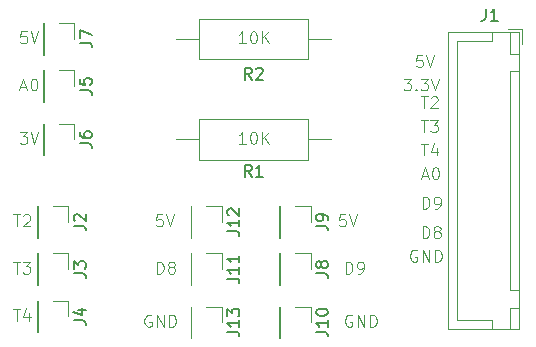
<source format=gbr>
%TF.GenerationSoftware,KiCad,Pcbnew,8.0.7*%
%TF.CreationDate,2024-12-27T16:43:22+10:00*%
%TF.ProjectId,Input Board 2,496e7075-7420-4426-9f61-726420322e6b,rev?*%
%TF.SameCoordinates,Original*%
%TF.FileFunction,Legend,Top*%
%TF.FilePolarity,Positive*%
%FSLAX46Y46*%
G04 Gerber Fmt 4.6, Leading zero omitted, Abs format (unit mm)*
G04 Created by KiCad (PCBNEW 8.0.7) date 2024-12-27 16:43:22*
%MOMM*%
%LPD*%
G01*
G04 APERTURE LIST*
%ADD10C,0.100000*%
%ADD11C,0.150000*%
%ADD12C,0.120000*%
G04 APERTURE END LIST*
D10*
X139327693Y-105420038D02*
X139232455Y-105372419D01*
X139232455Y-105372419D02*
X139089598Y-105372419D01*
X139089598Y-105372419D02*
X138946741Y-105420038D01*
X138946741Y-105420038D02*
X138851503Y-105515276D01*
X138851503Y-105515276D02*
X138803884Y-105610514D01*
X138803884Y-105610514D02*
X138756265Y-105800990D01*
X138756265Y-105800990D02*
X138756265Y-105943847D01*
X138756265Y-105943847D02*
X138803884Y-106134323D01*
X138803884Y-106134323D02*
X138851503Y-106229561D01*
X138851503Y-106229561D02*
X138946741Y-106324800D01*
X138946741Y-106324800D02*
X139089598Y-106372419D01*
X139089598Y-106372419D02*
X139184836Y-106372419D01*
X139184836Y-106372419D02*
X139327693Y-106324800D01*
X139327693Y-106324800D02*
X139375312Y-106277180D01*
X139375312Y-106277180D02*
X139375312Y-105943847D01*
X139375312Y-105943847D02*
X139184836Y-105943847D01*
X139803884Y-106372419D02*
X139803884Y-105372419D01*
X139803884Y-105372419D02*
X140375312Y-106372419D01*
X140375312Y-106372419D02*
X140375312Y-105372419D01*
X140851503Y-106372419D02*
X140851503Y-105372419D01*
X140851503Y-105372419D02*
X141089598Y-105372419D01*
X141089598Y-105372419D02*
X141232455Y-105420038D01*
X141232455Y-105420038D02*
X141327693Y-105515276D01*
X141327693Y-105515276D02*
X141375312Y-105610514D01*
X141375312Y-105610514D02*
X141422931Y-105800990D01*
X141422931Y-105800990D02*
X141422931Y-105943847D01*
X141422931Y-105943847D02*
X141375312Y-106134323D01*
X141375312Y-106134323D02*
X141327693Y-106229561D01*
X141327693Y-106229561D02*
X141232455Y-106324800D01*
X141232455Y-106324800D02*
X141089598Y-106372419D01*
X141089598Y-106372419D02*
X140851503Y-106372419D01*
X139803884Y-104372419D02*
X139803884Y-103372419D01*
X139803884Y-103372419D02*
X140041979Y-103372419D01*
X140041979Y-103372419D02*
X140184836Y-103420038D01*
X140184836Y-103420038D02*
X140280074Y-103515276D01*
X140280074Y-103515276D02*
X140327693Y-103610514D01*
X140327693Y-103610514D02*
X140375312Y-103800990D01*
X140375312Y-103800990D02*
X140375312Y-103943847D01*
X140375312Y-103943847D02*
X140327693Y-104134323D01*
X140327693Y-104134323D02*
X140280074Y-104229561D01*
X140280074Y-104229561D02*
X140184836Y-104324800D01*
X140184836Y-104324800D02*
X140041979Y-104372419D01*
X140041979Y-104372419D02*
X139803884Y-104372419D01*
X140946741Y-103800990D02*
X140851503Y-103753371D01*
X140851503Y-103753371D02*
X140803884Y-103705752D01*
X140803884Y-103705752D02*
X140756265Y-103610514D01*
X140756265Y-103610514D02*
X140756265Y-103562895D01*
X140756265Y-103562895D02*
X140803884Y-103467657D01*
X140803884Y-103467657D02*
X140851503Y-103420038D01*
X140851503Y-103420038D02*
X140946741Y-103372419D01*
X140946741Y-103372419D02*
X141137217Y-103372419D01*
X141137217Y-103372419D02*
X141232455Y-103420038D01*
X141232455Y-103420038D02*
X141280074Y-103467657D01*
X141280074Y-103467657D02*
X141327693Y-103562895D01*
X141327693Y-103562895D02*
X141327693Y-103610514D01*
X141327693Y-103610514D02*
X141280074Y-103705752D01*
X141280074Y-103705752D02*
X141232455Y-103753371D01*
X141232455Y-103753371D02*
X141137217Y-103800990D01*
X141137217Y-103800990D02*
X140946741Y-103800990D01*
X140946741Y-103800990D02*
X140851503Y-103848609D01*
X140851503Y-103848609D02*
X140803884Y-103896228D01*
X140803884Y-103896228D02*
X140756265Y-103991466D01*
X140756265Y-103991466D02*
X140756265Y-104181942D01*
X140756265Y-104181942D02*
X140803884Y-104277180D01*
X140803884Y-104277180D02*
X140851503Y-104324800D01*
X140851503Y-104324800D02*
X140946741Y-104372419D01*
X140946741Y-104372419D02*
X141137217Y-104372419D01*
X141137217Y-104372419D02*
X141232455Y-104324800D01*
X141232455Y-104324800D02*
X141280074Y-104277180D01*
X141280074Y-104277180D02*
X141327693Y-104181942D01*
X141327693Y-104181942D02*
X141327693Y-103991466D01*
X141327693Y-103991466D02*
X141280074Y-103896228D01*
X141280074Y-103896228D02*
X141232455Y-103848609D01*
X141232455Y-103848609D02*
X141137217Y-103800990D01*
X139803884Y-101872419D02*
X139803884Y-100872419D01*
X139803884Y-100872419D02*
X140041979Y-100872419D01*
X140041979Y-100872419D02*
X140184836Y-100920038D01*
X140184836Y-100920038D02*
X140280074Y-101015276D01*
X140280074Y-101015276D02*
X140327693Y-101110514D01*
X140327693Y-101110514D02*
X140375312Y-101300990D01*
X140375312Y-101300990D02*
X140375312Y-101443847D01*
X140375312Y-101443847D02*
X140327693Y-101634323D01*
X140327693Y-101634323D02*
X140280074Y-101729561D01*
X140280074Y-101729561D02*
X140184836Y-101824800D01*
X140184836Y-101824800D02*
X140041979Y-101872419D01*
X140041979Y-101872419D02*
X139803884Y-101872419D01*
X140851503Y-101872419D02*
X141041979Y-101872419D01*
X141041979Y-101872419D02*
X141137217Y-101824800D01*
X141137217Y-101824800D02*
X141184836Y-101777180D01*
X141184836Y-101777180D02*
X141280074Y-101634323D01*
X141280074Y-101634323D02*
X141327693Y-101443847D01*
X141327693Y-101443847D02*
X141327693Y-101062895D01*
X141327693Y-101062895D02*
X141280074Y-100967657D01*
X141280074Y-100967657D02*
X141232455Y-100920038D01*
X141232455Y-100920038D02*
X141137217Y-100872419D01*
X141137217Y-100872419D02*
X140946741Y-100872419D01*
X140946741Y-100872419D02*
X140851503Y-100920038D01*
X140851503Y-100920038D02*
X140803884Y-100967657D01*
X140803884Y-100967657D02*
X140756265Y-101062895D01*
X140756265Y-101062895D02*
X140756265Y-101300990D01*
X140756265Y-101300990D02*
X140803884Y-101396228D01*
X140803884Y-101396228D02*
X140851503Y-101443847D01*
X140851503Y-101443847D02*
X140946741Y-101491466D01*
X140946741Y-101491466D02*
X141137217Y-101491466D01*
X141137217Y-101491466D02*
X141232455Y-101443847D01*
X141232455Y-101443847D02*
X141280074Y-101396228D01*
X141280074Y-101396228D02*
X141327693Y-101300990D01*
X139756265Y-99086704D02*
X140232455Y-99086704D01*
X139661027Y-99372419D02*
X139994360Y-98372419D01*
X139994360Y-98372419D02*
X140327693Y-99372419D01*
X140851503Y-98372419D02*
X140946741Y-98372419D01*
X140946741Y-98372419D02*
X141041979Y-98420038D01*
X141041979Y-98420038D02*
X141089598Y-98467657D01*
X141089598Y-98467657D02*
X141137217Y-98562895D01*
X141137217Y-98562895D02*
X141184836Y-98753371D01*
X141184836Y-98753371D02*
X141184836Y-98991466D01*
X141184836Y-98991466D02*
X141137217Y-99181942D01*
X141137217Y-99181942D02*
X141089598Y-99277180D01*
X141089598Y-99277180D02*
X141041979Y-99324800D01*
X141041979Y-99324800D02*
X140946741Y-99372419D01*
X140946741Y-99372419D02*
X140851503Y-99372419D01*
X140851503Y-99372419D02*
X140756265Y-99324800D01*
X140756265Y-99324800D02*
X140708646Y-99277180D01*
X140708646Y-99277180D02*
X140661027Y-99181942D01*
X140661027Y-99181942D02*
X140613408Y-98991466D01*
X140613408Y-98991466D02*
X140613408Y-98753371D01*
X140613408Y-98753371D02*
X140661027Y-98562895D01*
X140661027Y-98562895D02*
X140708646Y-98467657D01*
X140708646Y-98467657D02*
X140756265Y-98420038D01*
X140756265Y-98420038D02*
X140851503Y-98372419D01*
X139661027Y-96372419D02*
X140232455Y-96372419D01*
X139946741Y-97372419D02*
X139946741Y-96372419D01*
X140994360Y-96705752D02*
X140994360Y-97372419D01*
X140756265Y-96324800D02*
X140518170Y-97039085D01*
X140518170Y-97039085D02*
X141137217Y-97039085D01*
X139661027Y-94372419D02*
X140232455Y-94372419D01*
X139946741Y-95372419D02*
X139946741Y-94372419D01*
X140470551Y-94372419D02*
X141089598Y-94372419D01*
X141089598Y-94372419D02*
X140756265Y-94753371D01*
X140756265Y-94753371D02*
X140899122Y-94753371D01*
X140899122Y-94753371D02*
X140994360Y-94800990D01*
X140994360Y-94800990D02*
X141041979Y-94848609D01*
X141041979Y-94848609D02*
X141089598Y-94943847D01*
X141089598Y-94943847D02*
X141089598Y-95181942D01*
X141089598Y-95181942D02*
X141041979Y-95277180D01*
X141041979Y-95277180D02*
X140994360Y-95324800D01*
X140994360Y-95324800D02*
X140899122Y-95372419D01*
X140899122Y-95372419D02*
X140613408Y-95372419D01*
X140613408Y-95372419D02*
X140518170Y-95324800D01*
X140518170Y-95324800D02*
X140470551Y-95277180D01*
X139661027Y-92372419D02*
X140232455Y-92372419D01*
X139946741Y-93372419D02*
X139946741Y-92372419D01*
X140518170Y-92467657D02*
X140565789Y-92420038D01*
X140565789Y-92420038D02*
X140661027Y-92372419D01*
X140661027Y-92372419D02*
X140899122Y-92372419D01*
X140899122Y-92372419D02*
X140994360Y-92420038D01*
X140994360Y-92420038D02*
X141041979Y-92467657D01*
X141041979Y-92467657D02*
X141089598Y-92562895D01*
X141089598Y-92562895D02*
X141089598Y-92658133D01*
X141089598Y-92658133D02*
X141041979Y-92800990D01*
X141041979Y-92800990D02*
X140470551Y-93372419D01*
X140470551Y-93372419D02*
X141089598Y-93372419D01*
X138208646Y-90872419D02*
X138827693Y-90872419D01*
X138827693Y-90872419D02*
X138494360Y-91253371D01*
X138494360Y-91253371D02*
X138637217Y-91253371D01*
X138637217Y-91253371D02*
X138732455Y-91300990D01*
X138732455Y-91300990D02*
X138780074Y-91348609D01*
X138780074Y-91348609D02*
X138827693Y-91443847D01*
X138827693Y-91443847D02*
X138827693Y-91681942D01*
X138827693Y-91681942D02*
X138780074Y-91777180D01*
X138780074Y-91777180D02*
X138732455Y-91824800D01*
X138732455Y-91824800D02*
X138637217Y-91872419D01*
X138637217Y-91872419D02*
X138351503Y-91872419D01*
X138351503Y-91872419D02*
X138256265Y-91824800D01*
X138256265Y-91824800D02*
X138208646Y-91777180D01*
X139256265Y-91777180D02*
X139303884Y-91824800D01*
X139303884Y-91824800D02*
X139256265Y-91872419D01*
X139256265Y-91872419D02*
X139208646Y-91824800D01*
X139208646Y-91824800D02*
X139256265Y-91777180D01*
X139256265Y-91777180D02*
X139256265Y-91872419D01*
X139637217Y-90872419D02*
X140256264Y-90872419D01*
X140256264Y-90872419D02*
X139922931Y-91253371D01*
X139922931Y-91253371D02*
X140065788Y-91253371D01*
X140065788Y-91253371D02*
X140161026Y-91300990D01*
X140161026Y-91300990D02*
X140208645Y-91348609D01*
X140208645Y-91348609D02*
X140256264Y-91443847D01*
X140256264Y-91443847D02*
X140256264Y-91681942D01*
X140256264Y-91681942D02*
X140208645Y-91777180D01*
X140208645Y-91777180D02*
X140161026Y-91824800D01*
X140161026Y-91824800D02*
X140065788Y-91872419D01*
X140065788Y-91872419D02*
X139780074Y-91872419D01*
X139780074Y-91872419D02*
X139684836Y-91824800D01*
X139684836Y-91824800D02*
X139637217Y-91777180D01*
X140541979Y-90872419D02*
X140875312Y-91872419D01*
X140875312Y-91872419D02*
X141208645Y-90872419D01*
X139780074Y-88872419D02*
X139303884Y-88872419D01*
X139303884Y-88872419D02*
X139256265Y-89348609D01*
X139256265Y-89348609D02*
X139303884Y-89300990D01*
X139303884Y-89300990D02*
X139399122Y-89253371D01*
X139399122Y-89253371D02*
X139637217Y-89253371D01*
X139637217Y-89253371D02*
X139732455Y-89300990D01*
X139732455Y-89300990D02*
X139780074Y-89348609D01*
X139780074Y-89348609D02*
X139827693Y-89443847D01*
X139827693Y-89443847D02*
X139827693Y-89681942D01*
X139827693Y-89681942D02*
X139780074Y-89777180D01*
X139780074Y-89777180D02*
X139732455Y-89824800D01*
X139732455Y-89824800D02*
X139637217Y-89872419D01*
X139637217Y-89872419D02*
X139399122Y-89872419D01*
X139399122Y-89872419D02*
X139303884Y-89824800D01*
X139303884Y-89824800D02*
X139256265Y-89777180D01*
X140113408Y-88872419D02*
X140446741Y-89872419D01*
X140446741Y-89872419D02*
X140780074Y-88872419D01*
X124827693Y-96372419D02*
X124256265Y-96372419D01*
X124541979Y-96372419D02*
X124541979Y-95372419D01*
X124541979Y-95372419D02*
X124446741Y-95515276D01*
X124446741Y-95515276D02*
X124351503Y-95610514D01*
X124351503Y-95610514D02*
X124256265Y-95658133D01*
X125446741Y-95372419D02*
X125541979Y-95372419D01*
X125541979Y-95372419D02*
X125637217Y-95420038D01*
X125637217Y-95420038D02*
X125684836Y-95467657D01*
X125684836Y-95467657D02*
X125732455Y-95562895D01*
X125732455Y-95562895D02*
X125780074Y-95753371D01*
X125780074Y-95753371D02*
X125780074Y-95991466D01*
X125780074Y-95991466D02*
X125732455Y-96181942D01*
X125732455Y-96181942D02*
X125684836Y-96277180D01*
X125684836Y-96277180D02*
X125637217Y-96324800D01*
X125637217Y-96324800D02*
X125541979Y-96372419D01*
X125541979Y-96372419D02*
X125446741Y-96372419D01*
X125446741Y-96372419D02*
X125351503Y-96324800D01*
X125351503Y-96324800D02*
X125303884Y-96277180D01*
X125303884Y-96277180D02*
X125256265Y-96181942D01*
X125256265Y-96181942D02*
X125208646Y-95991466D01*
X125208646Y-95991466D02*
X125208646Y-95753371D01*
X125208646Y-95753371D02*
X125256265Y-95562895D01*
X125256265Y-95562895D02*
X125303884Y-95467657D01*
X125303884Y-95467657D02*
X125351503Y-95420038D01*
X125351503Y-95420038D02*
X125446741Y-95372419D01*
X126208646Y-96372419D02*
X126208646Y-95372419D01*
X126780074Y-96372419D02*
X126351503Y-95800990D01*
X126780074Y-95372419D02*
X126208646Y-95943847D01*
X117303884Y-107372419D02*
X117303884Y-106372419D01*
X117303884Y-106372419D02*
X117541979Y-106372419D01*
X117541979Y-106372419D02*
X117684836Y-106420038D01*
X117684836Y-106420038D02*
X117780074Y-106515276D01*
X117780074Y-106515276D02*
X117827693Y-106610514D01*
X117827693Y-106610514D02*
X117875312Y-106800990D01*
X117875312Y-106800990D02*
X117875312Y-106943847D01*
X117875312Y-106943847D02*
X117827693Y-107134323D01*
X117827693Y-107134323D02*
X117780074Y-107229561D01*
X117780074Y-107229561D02*
X117684836Y-107324800D01*
X117684836Y-107324800D02*
X117541979Y-107372419D01*
X117541979Y-107372419D02*
X117303884Y-107372419D01*
X118446741Y-106800990D02*
X118351503Y-106753371D01*
X118351503Y-106753371D02*
X118303884Y-106705752D01*
X118303884Y-106705752D02*
X118256265Y-106610514D01*
X118256265Y-106610514D02*
X118256265Y-106562895D01*
X118256265Y-106562895D02*
X118303884Y-106467657D01*
X118303884Y-106467657D02*
X118351503Y-106420038D01*
X118351503Y-106420038D02*
X118446741Y-106372419D01*
X118446741Y-106372419D02*
X118637217Y-106372419D01*
X118637217Y-106372419D02*
X118732455Y-106420038D01*
X118732455Y-106420038D02*
X118780074Y-106467657D01*
X118780074Y-106467657D02*
X118827693Y-106562895D01*
X118827693Y-106562895D02*
X118827693Y-106610514D01*
X118827693Y-106610514D02*
X118780074Y-106705752D01*
X118780074Y-106705752D02*
X118732455Y-106753371D01*
X118732455Y-106753371D02*
X118637217Y-106800990D01*
X118637217Y-106800990D02*
X118446741Y-106800990D01*
X118446741Y-106800990D02*
X118351503Y-106848609D01*
X118351503Y-106848609D02*
X118303884Y-106896228D01*
X118303884Y-106896228D02*
X118256265Y-106991466D01*
X118256265Y-106991466D02*
X118256265Y-107181942D01*
X118256265Y-107181942D02*
X118303884Y-107277180D01*
X118303884Y-107277180D02*
X118351503Y-107324800D01*
X118351503Y-107324800D02*
X118446741Y-107372419D01*
X118446741Y-107372419D02*
X118637217Y-107372419D01*
X118637217Y-107372419D02*
X118732455Y-107324800D01*
X118732455Y-107324800D02*
X118780074Y-107277180D01*
X118780074Y-107277180D02*
X118827693Y-107181942D01*
X118827693Y-107181942D02*
X118827693Y-106991466D01*
X118827693Y-106991466D02*
X118780074Y-106896228D01*
X118780074Y-106896228D02*
X118732455Y-106848609D01*
X118732455Y-106848609D02*
X118637217Y-106800990D01*
X105161027Y-102372419D02*
X105732455Y-102372419D01*
X105446741Y-103372419D02*
X105446741Y-102372419D01*
X106018170Y-102467657D02*
X106065789Y-102420038D01*
X106065789Y-102420038D02*
X106161027Y-102372419D01*
X106161027Y-102372419D02*
X106399122Y-102372419D01*
X106399122Y-102372419D02*
X106494360Y-102420038D01*
X106494360Y-102420038D02*
X106541979Y-102467657D01*
X106541979Y-102467657D02*
X106589598Y-102562895D01*
X106589598Y-102562895D02*
X106589598Y-102658133D01*
X106589598Y-102658133D02*
X106541979Y-102800990D01*
X106541979Y-102800990D02*
X105970551Y-103372419D01*
X105970551Y-103372419D02*
X106589598Y-103372419D01*
X105161027Y-106372419D02*
X105732455Y-106372419D01*
X105446741Y-107372419D02*
X105446741Y-106372419D01*
X105970551Y-106372419D02*
X106589598Y-106372419D01*
X106589598Y-106372419D02*
X106256265Y-106753371D01*
X106256265Y-106753371D02*
X106399122Y-106753371D01*
X106399122Y-106753371D02*
X106494360Y-106800990D01*
X106494360Y-106800990D02*
X106541979Y-106848609D01*
X106541979Y-106848609D02*
X106589598Y-106943847D01*
X106589598Y-106943847D02*
X106589598Y-107181942D01*
X106589598Y-107181942D02*
X106541979Y-107277180D01*
X106541979Y-107277180D02*
X106494360Y-107324800D01*
X106494360Y-107324800D02*
X106399122Y-107372419D01*
X106399122Y-107372419D02*
X106113408Y-107372419D01*
X106113408Y-107372419D02*
X106018170Y-107324800D01*
X106018170Y-107324800D02*
X105970551Y-107277180D01*
X116827693Y-110920038D02*
X116732455Y-110872419D01*
X116732455Y-110872419D02*
X116589598Y-110872419D01*
X116589598Y-110872419D02*
X116446741Y-110920038D01*
X116446741Y-110920038D02*
X116351503Y-111015276D01*
X116351503Y-111015276D02*
X116303884Y-111110514D01*
X116303884Y-111110514D02*
X116256265Y-111300990D01*
X116256265Y-111300990D02*
X116256265Y-111443847D01*
X116256265Y-111443847D02*
X116303884Y-111634323D01*
X116303884Y-111634323D02*
X116351503Y-111729561D01*
X116351503Y-111729561D02*
X116446741Y-111824800D01*
X116446741Y-111824800D02*
X116589598Y-111872419D01*
X116589598Y-111872419D02*
X116684836Y-111872419D01*
X116684836Y-111872419D02*
X116827693Y-111824800D01*
X116827693Y-111824800D02*
X116875312Y-111777180D01*
X116875312Y-111777180D02*
X116875312Y-111443847D01*
X116875312Y-111443847D02*
X116684836Y-111443847D01*
X117303884Y-111872419D02*
X117303884Y-110872419D01*
X117303884Y-110872419D02*
X117875312Y-111872419D01*
X117875312Y-111872419D02*
X117875312Y-110872419D01*
X118351503Y-111872419D02*
X118351503Y-110872419D01*
X118351503Y-110872419D02*
X118589598Y-110872419D01*
X118589598Y-110872419D02*
X118732455Y-110920038D01*
X118732455Y-110920038D02*
X118827693Y-111015276D01*
X118827693Y-111015276D02*
X118875312Y-111110514D01*
X118875312Y-111110514D02*
X118922931Y-111300990D01*
X118922931Y-111300990D02*
X118922931Y-111443847D01*
X118922931Y-111443847D02*
X118875312Y-111634323D01*
X118875312Y-111634323D02*
X118827693Y-111729561D01*
X118827693Y-111729561D02*
X118732455Y-111824800D01*
X118732455Y-111824800D02*
X118589598Y-111872419D01*
X118589598Y-111872419D02*
X118351503Y-111872419D01*
X105756265Y-91586704D02*
X106232455Y-91586704D01*
X105661027Y-91872419D02*
X105994360Y-90872419D01*
X105994360Y-90872419D02*
X106327693Y-91872419D01*
X106851503Y-90872419D02*
X106946741Y-90872419D01*
X106946741Y-90872419D02*
X107041979Y-90920038D01*
X107041979Y-90920038D02*
X107089598Y-90967657D01*
X107089598Y-90967657D02*
X107137217Y-91062895D01*
X107137217Y-91062895D02*
X107184836Y-91253371D01*
X107184836Y-91253371D02*
X107184836Y-91491466D01*
X107184836Y-91491466D02*
X107137217Y-91681942D01*
X107137217Y-91681942D02*
X107089598Y-91777180D01*
X107089598Y-91777180D02*
X107041979Y-91824800D01*
X107041979Y-91824800D02*
X106946741Y-91872419D01*
X106946741Y-91872419D02*
X106851503Y-91872419D01*
X106851503Y-91872419D02*
X106756265Y-91824800D01*
X106756265Y-91824800D02*
X106708646Y-91777180D01*
X106708646Y-91777180D02*
X106661027Y-91681942D01*
X106661027Y-91681942D02*
X106613408Y-91491466D01*
X106613408Y-91491466D02*
X106613408Y-91253371D01*
X106613408Y-91253371D02*
X106661027Y-91062895D01*
X106661027Y-91062895D02*
X106708646Y-90967657D01*
X106708646Y-90967657D02*
X106756265Y-90920038D01*
X106756265Y-90920038D02*
X106851503Y-90872419D01*
X133303884Y-107372419D02*
X133303884Y-106372419D01*
X133303884Y-106372419D02*
X133541979Y-106372419D01*
X133541979Y-106372419D02*
X133684836Y-106420038D01*
X133684836Y-106420038D02*
X133780074Y-106515276D01*
X133780074Y-106515276D02*
X133827693Y-106610514D01*
X133827693Y-106610514D02*
X133875312Y-106800990D01*
X133875312Y-106800990D02*
X133875312Y-106943847D01*
X133875312Y-106943847D02*
X133827693Y-107134323D01*
X133827693Y-107134323D02*
X133780074Y-107229561D01*
X133780074Y-107229561D02*
X133684836Y-107324800D01*
X133684836Y-107324800D02*
X133541979Y-107372419D01*
X133541979Y-107372419D02*
X133303884Y-107372419D01*
X134351503Y-107372419D02*
X134541979Y-107372419D01*
X134541979Y-107372419D02*
X134637217Y-107324800D01*
X134637217Y-107324800D02*
X134684836Y-107277180D01*
X134684836Y-107277180D02*
X134780074Y-107134323D01*
X134780074Y-107134323D02*
X134827693Y-106943847D01*
X134827693Y-106943847D02*
X134827693Y-106562895D01*
X134827693Y-106562895D02*
X134780074Y-106467657D01*
X134780074Y-106467657D02*
X134732455Y-106420038D01*
X134732455Y-106420038D02*
X134637217Y-106372419D01*
X134637217Y-106372419D02*
X134446741Y-106372419D01*
X134446741Y-106372419D02*
X134351503Y-106420038D01*
X134351503Y-106420038D02*
X134303884Y-106467657D01*
X134303884Y-106467657D02*
X134256265Y-106562895D01*
X134256265Y-106562895D02*
X134256265Y-106800990D01*
X134256265Y-106800990D02*
X134303884Y-106896228D01*
X134303884Y-106896228D02*
X134351503Y-106943847D01*
X134351503Y-106943847D02*
X134446741Y-106991466D01*
X134446741Y-106991466D02*
X134637217Y-106991466D01*
X134637217Y-106991466D02*
X134732455Y-106943847D01*
X134732455Y-106943847D02*
X134780074Y-106896228D01*
X134780074Y-106896228D02*
X134827693Y-106800990D01*
X124827693Y-87872419D02*
X124256265Y-87872419D01*
X124541979Y-87872419D02*
X124541979Y-86872419D01*
X124541979Y-86872419D02*
X124446741Y-87015276D01*
X124446741Y-87015276D02*
X124351503Y-87110514D01*
X124351503Y-87110514D02*
X124256265Y-87158133D01*
X125446741Y-86872419D02*
X125541979Y-86872419D01*
X125541979Y-86872419D02*
X125637217Y-86920038D01*
X125637217Y-86920038D02*
X125684836Y-86967657D01*
X125684836Y-86967657D02*
X125732455Y-87062895D01*
X125732455Y-87062895D02*
X125780074Y-87253371D01*
X125780074Y-87253371D02*
X125780074Y-87491466D01*
X125780074Y-87491466D02*
X125732455Y-87681942D01*
X125732455Y-87681942D02*
X125684836Y-87777180D01*
X125684836Y-87777180D02*
X125637217Y-87824800D01*
X125637217Y-87824800D02*
X125541979Y-87872419D01*
X125541979Y-87872419D02*
X125446741Y-87872419D01*
X125446741Y-87872419D02*
X125351503Y-87824800D01*
X125351503Y-87824800D02*
X125303884Y-87777180D01*
X125303884Y-87777180D02*
X125256265Y-87681942D01*
X125256265Y-87681942D02*
X125208646Y-87491466D01*
X125208646Y-87491466D02*
X125208646Y-87253371D01*
X125208646Y-87253371D02*
X125256265Y-87062895D01*
X125256265Y-87062895D02*
X125303884Y-86967657D01*
X125303884Y-86967657D02*
X125351503Y-86920038D01*
X125351503Y-86920038D02*
X125446741Y-86872419D01*
X126208646Y-87872419D02*
X126208646Y-86872419D01*
X126780074Y-87872419D02*
X126351503Y-87300990D01*
X126780074Y-86872419D02*
X126208646Y-87443847D01*
X117780074Y-102372419D02*
X117303884Y-102372419D01*
X117303884Y-102372419D02*
X117256265Y-102848609D01*
X117256265Y-102848609D02*
X117303884Y-102800990D01*
X117303884Y-102800990D02*
X117399122Y-102753371D01*
X117399122Y-102753371D02*
X117637217Y-102753371D01*
X117637217Y-102753371D02*
X117732455Y-102800990D01*
X117732455Y-102800990D02*
X117780074Y-102848609D01*
X117780074Y-102848609D02*
X117827693Y-102943847D01*
X117827693Y-102943847D02*
X117827693Y-103181942D01*
X117827693Y-103181942D02*
X117780074Y-103277180D01*
X117780074Y-103277180D02*
X117732455Y-103324800D01*
X117732455Y-103324800D02*
X117637217Y-103372419D01*
X117637217Y-103372419D02*
X117399122Y-103372419D01*
X117399122Y-103372419D02*
X117303884Y-103324800D01*
X117303884Y-103324800D02*
X117256265Y-103277180D01*
X118113408Y-102372419D02*
X118446741Y-103372419D01*
X118446741Y-103372419D02*
X118780074Y-102372419D01*
X106280074Y-86872419D02*
X105803884Y-86872419D01*
X105803884Y-86872419D02*
X105756265Y-87348609D01*
X105756265Y-87348609D02*
X105803884Y-87300990D01*
X105803884Y-87300990D02*
X105899122Y-87253371D01*
X105899122Y-87253371D02*
X106137217Y-87253371D01*
X106137217Y-87253371D02*
X106232455Y-87300990D01*
X106232455Y-87300990D02*
X106280074Y-87348609D01*
X106280074Y-87348609D02*
X106327693Y-87443847D01*
X106327693Y-87443847D02*
X106327693Y-87681942D01*
X106327693Y-87681942D02*
X106280074Y-87777180D01*
X106280074Y-87777180D02*
X106232455Y-87824800D01*
X106232455Y-87824800D02*
X106137217Y-87872419D01*
X106137217Y-87872419D02*
X105899122Y-87872419D01*
X105899122Y-87872419D02*
X105803884Y-87824800D01*
X105803884Y-87824800D02*
X105756265Y-87777180D01*
X106613408Y-86872419D02*
X106946741Y-87872419D01*
X106946741Y-87872419D02*
X107280074Y-86872419D01*
X133280074Y-102372419D02*
X132803884Y-102372419D01*
X132803884Y-102372419D02*
X132756265Y-102848609D01*
X132756265Y-102848609D02*
X132803884Y-102800990D01*
X132803884Y-102800990D02*
X132899122Y-102753371D01*
X132899122Y-102753371D02*
X133137217Y-102753371D01*
X133137217Y-102753371D02*
X133232455Y-102800990D01*
X133232455Y-102800990D02*
X133280074Y-102848609D01*
X133280074Y-102848609D02*
X133327693Y-102943847D01*
X133327693Y-102943847D02*
X133327693Y-103181942D01*
X133327693Y-103181942D02*
X133280074Y-103277180D01*
X133280074Y-103277180D02*
X133232455Y-103324800D01*
X133232455Y-103324800D02*
X133137217Y-103372419D01*
X133137217Y-103372419D02*
X132899122Y-103372419D01*
X132899122Y-103372419D02*
X132803884Y-103324800D01*
X132803884Y-103324800D02*
X132756265Y-103277180D01*
X133613408Y-102372419D02*
X133946741Y-103372419D01*
X133946741Y-103372419D02*
X134280074Y-102372419D01*
X105708646Y-95372419D02*
X106327693Y-95372419D01*
X106327693Y-95372419D02*
X105994360Y-95753371D01*
X105994360Y-95753371D02*
X106137217Y-95753371D01*
X106137217Y-95753371D02*
X106232455Y-95800990D01*
X106232455Y-95800990D02*
X106280074Y-95848609D01*
X106280074Y-95848609D02*
X106327693Y-95943847D01*
X106327693Y-95943847D02*
X106327693Y-96181942D01*
X106327693Y-96181942D02*
X106280074Y-96277180D01*
X106280074Y-96277180D02*
X106232455Y-96324800D01*
X106232455Y-96324800D02*
X106137217Y-96372419D01*
X106137217Y-96372419D02*
X105851503Y-96372419D01*
X105851503Y-96372419D02*
X105756265Y-96324800D01*
X105756265Y-96324800D02*
X105708646Y-96277180D01*
X106613408Y-95372419D02*
X106946741Y-96372419D01*
X106946741Y-96372419D02*
X107280074Y-95372419D01*
X133827693Y-110920038D02*
X133732455Y-110872419D01*
X133732455Y-110872419D02*
X133589598Y-110872419D01*
X133589598Y-110872419D02*
X133446741Y-110920038D01*
X133446741Y-110920038D02*
X133351503Y-111015276D01*
X133351503Y-111015276D02*
X133303884Y-111110514D01*
X133303884Y-111110514D02*
X133256265Y-111300990D01*
X133256265Y-111300990D02*
X133256265Y-111443847D01*
X133256265Y-111443847D02*
X133303884Y-111634323D01*
X133303884Y-111634323D02*
X133351503Y-111729561D01*
X133351503Y-111729561D02*
X133446741Y-111824800D01*
X133446741Y-111824800D02*
X133589598Y-111872419D01*
X133589598Y-111872419D02*
X133684836Y-111872419D01*
X133684836Y-111872419D02*
X133827693Y-111824800D01*
X133827693Y-111824800D02*
X133875312Y-111777180D01*
X133875312Y-111777180D02*
X133875312Y-111443847D01*
X133875312Y-111443847D02*
X133684836Y-111443847D01*
X134303884Y-111872419D02*
X134303884Y-110872419D01*
X134303884Y-110872419D02*
X134875312Y-111872419D01*
X134875312Y-111872419D02*
X134875312Y-110872419D01*
X135351503Y-111872419D02*
X135351503Y-110872419D01*
X135351503Y-110872419D02*
X135589598Y-110872419D01*
X135589598Y-110872419D02*
X135732455Y-110920038D01*
X135732455Y-110920038D02*
X135827693Y-111015276D01*
X135827693Y-111015276D02*
X135875312Y-111110514D01*
X135875312Y-111110514D02*
X135922931Y-111300990D01*
X135922931Y-111300990D02*
X135922931Y-111443847D01*
X135922931Y-111443847D02*
X135875312Y-111634323D01*
X135875312Y-111634323D02*
X135827693Y-111729561D01*
X135827693Y-111729561D02*
X135732455Y-111824800D01*
X135732455Y-111824800D02*
X135589598Y-111872419D01*
X135589598Y-111872419D02*
X135351503Y-111872419D01*
X105161027Y-110372419D02*
X105732455Y-110372419D01*
X105446741Y-111372419D02*
X105446741Y-110372419D01*
X106494360Y-110705752D02*
X106494360Y-111372419D01*
X106256265Y-110324800D02*
X106018170Y-111039085D01*
X106018170Y-111039085D02*
X106637217Y-111039085D01*
D11*
X110284819Y-111333333D02*
X110999104Y-111333333D01*
X110999104Y-111333333D02*
X111141961Y-111380952D01*
X111141961Y-111380952D02*
X111237200Y-111476190D01*
X111237200Y-111476190D02*
X111284819Y-111619047D01*
X111284819Y-111619047D02*
X111284819Y-111714285D01*
X110618152Y-110428571D02*
X111284819Y-110428571D01*
X110237200Y-110666666D02*
X110951485Y-110904761D01*
X110951485Y-110904761D02*
X110951485Y-110285714D01*
X125333333Y-99174819D02*
X125000000Y-98698628D01*
X124761905Y-99174819D02*
X124761905Y-98174819D01*
X124761905Y-98174819D02*
X125142857Y-98174819D01*
X125142857Y-98174819D02*
X125238095Y-98222438D01*
X125238095Y-98222438D02*
X125285714Y-98270057D01*
X125285714Y-98270057D02*
X125333333Y-98365295D01*
X125333333Y-98365295D02*
X125333333Y-98508152D01*
X125333333Y-98508152D02*
X125285714Y-98603390D01*
X125285714Y-98603390D02*
X125238095Y-98651009D01*
X125238095Y-98651009D02*
X125142857Y-98698628D01*
X125142857Y-98698628D02*
X124761905Y-98698628D01*
X126285714Y-99174819D02*
X125714286Y-99174819D01*
X126000000Y-99174819D02*
X126000000Y-98174819D01*
X126000000Y-98174819D02*
X125904762Y-98317676D01*
X125904762Y-98317676D02*
X125809524Y-98412914D01*
X125809524Y-98412914D02*
X125714286Y-98460533D01*
X123284819Y-103809523D02*
X123999104Y-103809523D01*
X123999104Y-103809523D02*
X124141961Y-103857142D01*
X124141961Y-103857142D02*
X124237200Y-103952380D01*
X124237200Y-103952380D02*
X124284819Y-104095237D01*
X124284819Y-104095237D02*
X124284819Y-104190475D01*
X124284819Y-102809523D02*
X124284819Y-103380951D01*
X124284819Y-103095237D02*
X123284819Y-103095237D01*
X123284819Y-103095237D02*
X123427676Y-103190475D01*
X123427676Y-103190475D02*
X123522914Y-103285713D01*
X123522914Y-103285713D02*
X123570533Y-103380951D01*
X123380057Y-102428570D02*
X123332438Y-102380951D01*
X123332438Y-102380951D02*
X123284819Y-102285713D01*
X123284819Y-102285713D02*
X123284819Y-102047618D01*
X123284819Y-102047618D02*
X123332438Y-101952380D01*
X123332438Y-101952380D02*
X123380057Y-101904761D01*
X123380057Y-101904761D02*
X123475295Y-101857142D01*
X123475295Y-101857142D02*
X123570533Y-101857142D01*
X123570533Y-101857142D02*
X123713390Y-101904761D01*
X123713390Y-101904761D02*
X124284819Y-102476189D01*
X124284819Y-102476189D02*
X124284819Y-101857142D01*
X130784819Y-112309523D02*
X131499104Y-112309523D01*
X131499104Y-112309523D02*
X131641961Y-112357142D01*
X131641961Y-112357142D02*
X131737200Y-112452380D01*
X131737200Y-112452380D02*
X131784819Y-112595237D01*
X131784819Y-112595237D02*
X131784819Y-112690475D01*
X131784819Y-111309523D02*
X131784819Y-111880951D01*
X131784819Y-111595237D02*
X130784819Y-111595237D01*
X130784819Y-111595237D02*
X130927676Y-111690475D01*
X130927676Y-111690475D02*
X131022914Y-111785713D01*
X131022914Y-111785713D02*
X131070533Y-111880951D01*
X130784819Y-110690475D02*
X130784819Y-110595237D01*
X130784819Y-110595237D02*
X130832438Y-110499999D01*
X130832438Y-110499999D02*
X130880057Y-110452380D01*
X130880057Y-110452380D02*
X130975295Y-110404761D01*
X130975295Y-110404761D02*
X131165771Y-110357142D01*
X131165771Y-110357142D02*
X131403866Y-110357142D01*
X131403866Y-110357142D02*
X131594342Y-110404761D01*
X131594342Y-110404761D02*
X131689580Y-110452380D01*
X131689580Y-110452380D02*
X131737200Y-110499999D01*
X131737200Y-110499999D02*
X131784819Y-110595237D01*
X131784819Y-110595237D02*
X131784819Y-110690475D01*
X131784819Y-110690475D02*
X131737200Y-110785713D01*
X131737200Y-110785713D02*
X131689580Y-110833332D01*
X131689580Y-110833332D02*
X131594342Y-110880951D01*
X131594342Y-110880951D02*
X131403866Y-110928570D01*
X131403866Y-110928570D02*
X131165771Y-110928570D01*
X131165771Y-110928570D02*
X130975295Y-110880951D01*
X130975295Y-110880951D02*
X130880057Y-110833332D01*
X130880057Y-110833332D02*
X130832438Y-110785713D01*
X130832438Y-110785713D02*
X130784819Y-110690475D01*
X110284819Y-107333333D02*
X110999104Y-107333333D01*
X110999104Y-107333333D02*
X111141961Y-107380952D01*
X111141961Y-107380952D02*
X111237200Y-107476190D01*
X111237200Y-107476190D02*
X111284819Y-107619047D01*
X111284819Y-107619047D02*
X111284819Y-107714285D01*
X110284819Y-106952380D02*
X110284819Y-106333333D01*
X110284819Y-106333333D02*
X110665771Y-106666666D01*
X110665771Y-106666666D02*
X110665771Y-106523809D01*
X110665771Y-106523809D02*
X110713390Y-106428571D01*
X110713390Y-106428571D02*
X110761009Y-106380952D01*
X110761009Y-106380952D02*
X110856247Y-106333333D01*
X110856247Y-106333333D02*
X111094342Y-106333333D01*
X111094342Y-106333333D02*
X111189580Y-106380952D01*
X111189580Y-106380952D02*
X111237200Y-106428571D01*
X111237200Y-106428571D02*
X111284819Y-106523809D01*
X111284819Y-106523809D02*
X111284819Y-106809523D01*
X111284819Y-106809523D02*
X111237200Y-106904761D01*
X111237200Y-106904761D02*
X111189580Y-106952380D01*
X125333333Y-90954819D02*
X125000000Y-90478628D01*
X124761905Y-90954819D02*
X124761905Y-89954819D01*
X124761905Y-89954819D02*
X125142857Y-89954819D01*
X125142857Y-89954819D02*
X125238095Y-90002438D01*
X125238095Y-90002438D02*
X125285714Y-90050057D01*
X125285714Y-90050057D02*
X125333333Y-90145295D01*
X125333333Y-90145295D02*
X125333333Y-90288152D01*
X125333333Y-90288152D02*
X125285714Y-90383390D01*
X125285714Y-90383390D02*
X125238095Y-90431009D01*
X125238095Y-90431009D02*
X125142857Y-90478628D01*
X125142857Y-90478628D02*
X124761905Y-90478628D01*
X125714286Y-90050057D02*
X125761905Y-90002438D01*
X125761905Y-90002438D02*
X125857143Y-89954819D01*
X125857143Y-89954819D02*
X126095238Y-89954819D01*
X126095238Y-89954819D02*
X126190476Y-90002438D01*
X126190476Y-90002438D02*
X126238095Y-90050057D01*
X126238095Y-90050057D02*
X126285714Y-90145295D01*
X126285714Y-90145295D02*
X126285714Y-90240533D01*
X126285714Y-90240533D02*
X126238095Y-90383390D01*
X126238095Y-90383390D02*
X125666667Y-90954819D01*
X125666667Y-90954819D02*
X126285714Y-90954819D01*
X145166666Y-84954819D02*
X145166666Y-85669104D01*
X145166666Y-85669104D02*
X145119047Y-85811961D01*
X145119047Y-85811961D02*
X145023809Y-85907200D01*
X145023809Y-85907200D02*
X144880952Y-85954819D01*
X144880952Y-85954819D02*
X144785714Y-85954819D01*
X146166666Y-85954819D02*
X145595238Y-85954819D01*
X145880952Y-85954819D02*
X145880952Y-84954819D01*
X145880952Y-84954819D02*
X145785714Y-85097676D01*
X145785714Y-85097676D02*
X145690476Y-85192914D01*
X145690476Y-85192914D02*
X145595238Y-85240533D01*
X110784819Y-96333333D02*
X111499104Y-96333333D01*
X111499104Y-96333333D02*
X111641961Y-96380952D01*
X111641961Y-96380952D02*
X111737200Y-96476190D01*
X111737200Y-96476190D02*
X111784819Y-96619047D01*
X111784819Y-96619047D02*
X111784819Y-96714285D01*
X110784819Y-95428571D02*
X110784819Y-95619047D01*
X110784819Y-95619047D02*
X110832438Y-95714285D01*
X110832438Y-95714285D02*
X110880057Y-95761904D01*
X110880057Y-95761904D02*
X111022914Y-95857142D01*
X111022914Y-95857142D02*
X111213390Y-95904761D01*
X111213390Y-95904761D02*
X111594342Y-95904761D01*
X111594342Y-95904761D02*
X111689580Y-95857142D01*
X111689580Y-95857142D02*
X111737200Y-95809523D01*
X111737200Y-95809523D02*
X111784819Y-95714285D01*
X111784819Y-95714285D02*
X111784819Y-95523809D01*
X111784819Y-95523809D02*
X111737200Y-95428571D01*
X111737200Y-95428571D02*
X111689580Y-95380952D01*
X111689580Y-95380952D02*
X111594342Y-95333333D01*
X111594342Y-95333333D02*
X111356247Y-95333333D01*
X111356247Y-95333333D02*
X111261009Y-95380952D01*
X111261009Y-95380952D02*
X111213390Y-95428571D01*
X111213390Y-95428571D02*
X111165771Y-95523809D01*
X111165771Y-95523809D02*
X111165771Y-95714285D01*
X111165771Y-95714285D02*
X111213390Y-95809523D01*
X111213390Y-95809523D02*
X111261009Y-95857142D01*
X111261009Y-95857142D02*
X111356247Y-95904761D01*
X110784819Y-87833333D02*
X111499104Y-87833333D01*
X111499104Y-87833333D02*
X111641961Y-87880952D01*
X111641961Y-87880952D02*
X111737200Y-87976190D01*
X111737200Y-87976190D02*
X111784819Y-88119047D01*
X111784819Y-88119047D02*
X111784819Y-88214285D01*
X110784819Y-87452380D02*
X110784819Y-86785714D01*
X110784819Y-86785714D02*
X111784819Y-87214285D01*
X130784819Y-107333333D02*
X131499104Y-107333333D01*
X131499104Y-107333333D02*
X131641961Y-107380952D01*
X131641961Y-107380952D02*
X131737200Y-107476190D01*
X131737200Y-107476190D02*
X131784819Y-107619047D01*
X131784819Y-107619047D02*
X131784819Y-107714285D01*
X131213390Y-106714285D02*
X131165771Y-106809523D01*
X131165771Y-106809523D02*
X131118152Y-106857142D01*
X131118152Y-106857142D02*
X131022914Y-106904761D01*
X131022914Y-106904761D02*
X130975295Y-106904761D01*
X130975295Y-106904761D02*
X130880057Y-106857142D01*
X130880057Y-106857142D02*
X130832438Y-106809523D01*
X130832438Y-106809523D02*
X130784819Y-106714285D01*
X130784819Y-106714285D02*
X130784819Y-106523809D01*
X130784819Y-106523809D02*
X130832438Y-106428571D01*
X130832438Y-106428571D02*
X130880057Y-106380952D01*
X130880057Y-106380952D02*
X130975295Y-106333333D01*
X130975295Y-106333333D02*
X131022914Y-106333333D01*
X131022914Y-106333333D02*
X131118152Y-106380952D01*
X131118152Y-106380952D02*
X131165771Y-106428571D01*
X131165771Y-106428571D02*
X131213390Y-106523809D01*
X131213390Y-106523809D02*
X131213390Y-106714285D01*
X131213390Y-106714285D02*
X131261009Y-106809523D01*
X131261009Y-106809523D02*
X131308628Y-106857142D01*
X131308628Y-106857142D02*
X131403866Y-106904761D01*
X131403866Y-106904761D02*
X131594342Y-106904761D01*
X131594342Y-106904761D02*
X131689580Y-106857142D01*
X131689580Y-106857142D02*
X131737200Y-106809523D01*
X131737200Y-106809523D02*
X131784819Y-106714285D01*
X131784819Y-106714285D02*
X131784819Y-106523809D01*
X131784819Y-106523809D02*
X131737200Y-106428571D01*
X131737200Y-106428571D02*
X131689580Y-106380952D01*
X131689580Y-106380952D02*
X131594342Y-106333333D01*
X131594342Y-106333333D02*
X131403866Y-106333333D01*
X131403866Y-106333333D02*
X131308628Y-106380952D01*
X131308628Y-106380952D02*
X131261009Y-106428571D01*
X131261009Y-106428571D02*
X131213390Y-106523809D01*
X123284819Y-107809523D02*
X123999104Y-107809523D01*
X123999104Y-107809523D02*
X124141961Y-107857142D01*
X124141961Y-107857142D02*
X124237200Y-107952380D01*
X124237200Y-107952380D02*
X124284819Y-108095237D01*
X124284819Y-108095237D02*
X124284819Y-108190475D01*
X124284819Y-106809523D02*
X124284819Y-107380951D01*
X124284819Y-107095237D02*
X123284819Y-107095237D01*
X123284819Y-107095237D02*
X123427676Y-107190475D01*
X123427676Y-107190475D02*
X123522914Y-107285713D01*
X123522914Y-107285713D02*
X123570533Y-107380951D01*
X124284819Y-105857142D02*
X124284819Y-106428570D01*
X124284819Y-106142856D02*
X123284819Y-106142856D01*
X123284819Y-106142856D02*
X123427676Y-106238094D01*
X123427676Y-106238094D02*
X123522914Y-106333332D01*
X123522914Y-106333332D02*
X123570533Y-106428570D01*
X110284819Y-103333333D02*
X110999104Y-103333333D01*
X110999104Y-103333333D02*
X111141961Y-103380952D01*
X111141961Y-103380952D02*
X111237200Y-103476190D01*
X111237200Y-103476190D02*
X111284819Y-103619047D01*
X111284819Y-103619047D02*
X111284819Y-103714285D01*
X110380057Y-102904761D02*
X110332438Y-102857142D01*
X110332438Y-102857142D02*
X110284819Y-102761904D01*
X110284819Y-102761904D02*
X110284819Y-102523809D01*
X110284819Y-102523809D02*
X110332438Y-102428571D01*
X110332438Y-102428571D02*
X110380057Y-102380952D01*
X110380057Y-102380952D02*
X110475295Y-102333333D01*
X110475295Y-102333333D02*
X110570533Y-102333333D01*
X110570533Y-102333333D02*
X110713390Y-102380952D01*
X110713390Y-102380952D02*
X111284819Y-102952380D01*
X111284819Y-102952380D02*
X111284819Y-102333333D01*
X110784819Y-91833333D02*
X111499104Y-91833333D01*
X111499104Y-91833333D02*
X111641961Y-91880952D01*
X111641961Y-91880952D02*
X111737200Y-91976190D01*
X111737200Y-91976190D02*
X111784819Y-92119047D01*
X111784819Y-92119047D02*
X111784819Y-92214285D01*
X110784819Y-90880952D02*
X110784819Y-91357142D01*
X110784819Y-91357142D02*
X111261009Y-91404761D01*
X111261009Y-91404761D02*
X111213390Y-91357142D01*
X111213390Y-91357142D02*
X111165771Y-91261904D01*
X111165771Y-91261904D02*
X111165771Y-91023809D01*
X111165771Y-91023809D02*
X111213390Y-90928571D01*
X111213390Y-90928571D02*
X111261009Y-90880952D01*
X111261009Y-90880952D02*
X111356247Y-90833333D01*
X111356247Y-90833333D02*
X111594342Y-90833333D01*
X111594342Y-90833333D02*
X111689580Y-90880952D01*
X111689580Y-90880952D02*
X111737200Y-90928571D01*
X111737200Y-90928571D02*
X111784819Y-91023809D01*
X111784819Y-91023809D02*
X111784819Y-91261904D01*
X111784819Y-91261904D02*
X111737200Y-91357142D01*
X111737200Y-91357142D02*
X111689580Y-91404761D01*
X130784819Y-103333333D02*
X131499104Y-103333333D01*
X131499104Y-103333333D02*
X131641961Y-103380952D01*
X131641961Y-103380952D02*
X131737200Y-103476190D01*
X131737200Y-103476190D02*
X131784819Y-103619047D01*
X131784819Y-103619047D02*
X131784819Y-103714285D01*
X131784819Y-102809523D02*
X131784819Y-102619047D01*
X131784819Y-102619047D02*
X131737200Y-102523809D01*
X131737200Y-102523809D02*
X131689580Y-102476190D01*
X131689580Y-102476190D02*
X131546723Y-102380952D01*
X131546723Y-102380952D02*
X131356247Y-102333333D01*
X131356247Y-102333333D02*
X130975295Y-102333333D01*
X130975295Y-102333333D02*
X130880057Y-102380952D01*
X130880057Y-102380952D02*
X130832438Y-102428571D01*
X130832438Y-102428571D02*
X130784819Y-102523809D01*
X130784819Y-102523809D02*
X130784819Y-102714285D01*
X130784819Y-102714285D02*
X130832438Y-102809523D01*
X130832438Y-102809523D02*
X130880057Y-102857142D01*
X130880057Y-102857142D02*
X130975295Y-102904761D01*
X130975295Y-102904761D02*
X131213390Y-102904761D01*
X131213390Y-102904761D02*
X131308628Y-102857142D01*
X131308628Y-102857142D02*
X131356247Y-102809523D01*
X131356247Y-102809523D02*
X131403866Y-102714285D01*
X131403866Y-102714285D02*
X131403866Y-102523809D01*
X131403866Y-102523809D02*
X131356247Y-102428571D01*
X131356247Y-102428571D02*
X131308628Y-102380952D01*
X131308628Y-102380952D02*
X131213390Y-102333333D01*
X123284819Y-112309523D02*
X123999104Y-112309523D01*
X123999104Y-112309523D02*
X124141961Y-112357142D01*
X124141961Y-112357142D02*
X124237200Y-112452380D01*
X124237200Y-112452380D02*
X124284819Y-112595237D01*
X124284819Y-112595237D02*
X124284819Y-112690475D01*
X124284819Y-111309523D02*
X124284819Y-111880951D01*
X124284819Y-111595237D02*
X123284819Y-111595237D01*
X123284819Y-111595237D02*
X123427676Y-111690475D01*
X123427676Y-111690475D02*
X123522914Y-111785713D01*
X123522914Y-111785713D02*
X123570533Y-111880951D01*
X123284819Y-110976189D02*
X123284819Y-110357142D01*
X123284819Y-110357142D02*
X123665771Y-110690475D01*
X123665771Y-110690475D02*
X123665771Y-110547618D01*
X123665771Y-110547618D02*
X123713390Y-110452380D01*
X123713390Y-110452380D02*
X123761009Y-110404761D01*
X123761009Y-110404761D02*
X123856247Y-110357142D01*
X123856247Y-110357142D02*
X124094342Y-110357142D01*
X124094342Y-110357142D02*
X124189580Y-110404761D01*
X124189580Y-110404761D02*
X124237200Y-110452380D01*
X124237200Y-110452380D02*
X124284819Y-110547618D01*
X124284819Y-110547618D02*
X124284819Y-110833332D01*
X124284819Y-110833332D02*
X124237200Y-110928570D01*
X124237200Y-110928570D02*
X124189580Y-110976189D01*
D12*
%TO.C,J4*%
X107170000Y-109670000D02*
X107170000Y-112330000D01*
X107230000Y-109670000D02*
X107170000Y-109670000D01*
X107230000Y-109670000D02*
X107230000Y-112330000D01*
X107230000Y-112330000D02*
X107170000Y-112330000D01*
X108500000Y-109670000D02*
X109830000Y-109670000D01*
X109830000Y-109670000D02*
X109830000Y-111000000D01*
%TO.C,R1*%
X118920000Y-96000000D02*
X120880000Y-96000000D01*
X120880000Y-94280000D02*
X120880000Y-97720000D01*
X120880000Y-97720000D02*
X130120000Y-97720000D01*
X130120000Y-94280000D02*
X120880000Y-94280000D01*
X130120000Y-97720000D02*
X130120000Y-94280000D01*
X132080000Y-96000000D02*
X130120000Y-96000000D01*
%TO.C,J12*%
X120170000Y-101670000D02*
X120170000Y-104330000D01*
X120230000Y-101670000D02*
X120170000Y-101670000D01*
X120230000Y-101670000D02*
X120230000Y-104330000D01*
X120230000Y-104330000D02*
X120170000Y-104330000D01*
X121500000Y-101670000D02*
X122830000Y-101670000D01*
X122830000Y-101670000D02*
X122830000Y-103000000D01*
%TO.C,J10*%
X127670000Y-110170000D02*
X127670000Y-112830000D01*
X127730000Y-110170000D02*
X127670000Y-110170000D01*
X127730000Y-110170000D02*
X127730000Y-112830000D01*
X127730000Y-112830000D02*
X127670000Y-112830000D01*
X129000000Y-110170000D02*
X130330000Y-110170000D01*
X130330000Y-110170000D02*
X130330000Y-111500000D01*
%TO.C,J3*%
X107170000Y-105670000D02*
X107170000Y-108330000D01*
X107230000Y-105670000D02*
X107170000Y-105670000D01*
X107230000Y-105670000D02*
X107230000Y-108330000D01*
X107230000Y-108330000D02*
X107170000Y-108330000D01*
X108500000Y-105670000D02*
X109830000Y-105670000D01*
X109830000Y-105670000D02*
X109830000Y-107000000D01*
%TO.C,R2*%
X118920000Y-87500000D02*
X120880000Y-87500000D01*
X120880000Y-85780000D02*
X120880000Y-89220000D01*
X120880000Y-89220000D02*
X130120000Y-89220000D01*
X130120000Y-85780000D02*
X120880000Y-85780000D01*
X130120000Y-89220000D02*
X130120000Y-85780000D01*
X132080000Y-87500000D02*
X130120000Y-87500000D01*
%TO.C,J1*%
X141990000Y-86940000D02*
X141990000Y-112060000D01*
X141990000Y-112060000D02*
X147960000Y-112060000D01*
X142750000Y-87700000D02*
X142750000Y-99500000D01*
X142750000Y-111300000D02*
X142750000Y-99500000D01*
X145700000Y-86950000D02*
X145700000Y-87700000D01*
X145700000Y-87700000D02*
X142750000Y-87700000D01*
X145700000Y-111300000D02*
X142750000Y-111300000D01*
X145700000Y-112050000D02*
X145700000Y-111300000D01*
X147200000Y-86950000D02*
X147200000Y-88750000D01*
X147200000Y-88750000D02*
X147950000Y-88750000D01*
X147200000Y-90250000D02*
X147200000Y-108750000D01*
X147200000Y-108750000D02*
X147950000Y-108750000D01*
X147200000Y-110250000D02*
X147200000Y-112050000D01*
X147200000Y-112050000D02*
X147950000Y-112050000D01*
X147950000Y-86950000D02*
X147200000Y-86950000D01*
X147950000Y-88750000D02*
X147950000Y-86950000D01*
X147950000Y-90250000D02*
X147200000Y-90250000D01*
X147950000Y-108750000D02*
X147950000Y-90250000D01*
X147950000Y-110250000D02*
X147200000Y-110250000D01*
X147950000Y-112050000D02*
X147950000Y-110250000D01*
X147960000Y-86940000D02*
X141990000Y-86940000D01*
X147960000Y-112060000D02*
X147960000Y-86940000D01*
X148250000Y-86650000D02*
X147000000Y-86650000D01*
X148250000Y-87900000D02*
X148250000Y-86650000D01*
%TO.C,J6*%
X107670000Y-94670000D02*
X107670000Y-97330000D01*
X107730000Y-94670000D02*
X107670000Y-94670000D01*
X107730000Y-94670000D02*
X107730000Y-97330000D01*
X107730000Y-97330000D02*
X107670000Y-97330000D01*
X109000000Y-94670000D02*
X110330000Y-94670000D01*
X110330000Y-94670000D02*
X110330000Y-96000000D01*
%TO.C,J7*%
X107670000Y-86170000D02*
X107670000Y-88830000D01*
X107730000Y-86170000D02*
X107670000Y-86170000D01*
X107730000Y-86170000D02*
X107730000Y-88830000D01*
X107730000Y-88830000D02*
X107670000Y-88830000D01*
X109000000Y-86170000D02*
X110330000Y-86170000D01*
X110330000Y-86170000D02*
X110330000Y-87500000D01*
%TO.C,J8*%
X127670000Y-105670000D02*
X127670000Y-108330000D01*
X127730000Y-105670000D02*
X127670000Y-105670000D01*
X127730000Y-105670000D02*
X127730000Y-108330000D01*
X127730000Y-108330000D02*
X127670000Y-108330000D01*
X129000000Y-105670000D02*
X130330000Y-105670000D01*
X130330000Y-105670000D02*
X130330000Y-107000000D01*
%TO.C,J11*%
X120170000Y-105670000D02*
X120170000Y-108330000D01*
X120230000Y-105670000D02*
X120170000Y-105670000D01*
X120230000Y-105670000D02*
X120230000Y-108330000D01*
X120230000Y-108330000D02*
X120170000Y-108330000D01*
X121500000Y-105670000D02*
X122830000Y-105670000D01*
X122830000Y-105670000D02*
X122830000Y-107000000D01*
%TO.C,J2*%
X107170000Y-101670000D02*
X107170000Y-104330000D01*
X107230000Y-101670000D02*
X107170000Y-101670000D01*
X107230000Y-101670000D02*
X107230000Y-104330000D01*
X107230000Y-104330000D02*
X107170000Y-104330000D01*
X108500000Y-101670000D02*
X109830000Y-101670000D01*
X109830000Y-101670000D02*
X109830000Y-103000000D01*
%TO.C,J5*%
X107670000Y-90170000D02*
X107670000Y-92830000D01*
X107730000Y-90170000D02*
X107670000Y-90170000D01*
X107730000Y-90170000D02*
X107730000Y-92830000D01*
X107730000Y-92830000D02*
X107670000Y-92830000D01*
X109000000Y-90170000D02*
X110330000Y-90170000D01*
X110330000Y-90170000D02*
X110330000Y-91500000D01*
%TO.C,J9*%
X127670000Y-101670000D02*
X127670000Y-104330000D01*
X127730000Y-101670000D02*
X127670000Y-101670000D01*
X127730000Y-101670000D02*
X127730000Y-104330000D01*
X127730000Y-104330000D02*
X127670000Y-104330000D01*
X129000000Y-101670000D02*
X130330000Y-101670000D01*
X130330000Y-101670000D02*
X130330000Y-103000000D01*
%TO.C,J13*%
X120170000Y-110170000D02*
X120170000Y-112830000D01*
X120230000Y-110170000D02*
X120170000Y-110170000D01*
X120230000Y-110170000D02*
X120230000Y-112830000D01*
X120230000Y-112830000D02*
X120170000Y-112830000D01*
X121500000Y-110170000D02*
X122830000Y-110170000D01*
X122830000Y-110170000D02*
X122830000Y-111500000D01*
%TD*%
M02*

</source>
